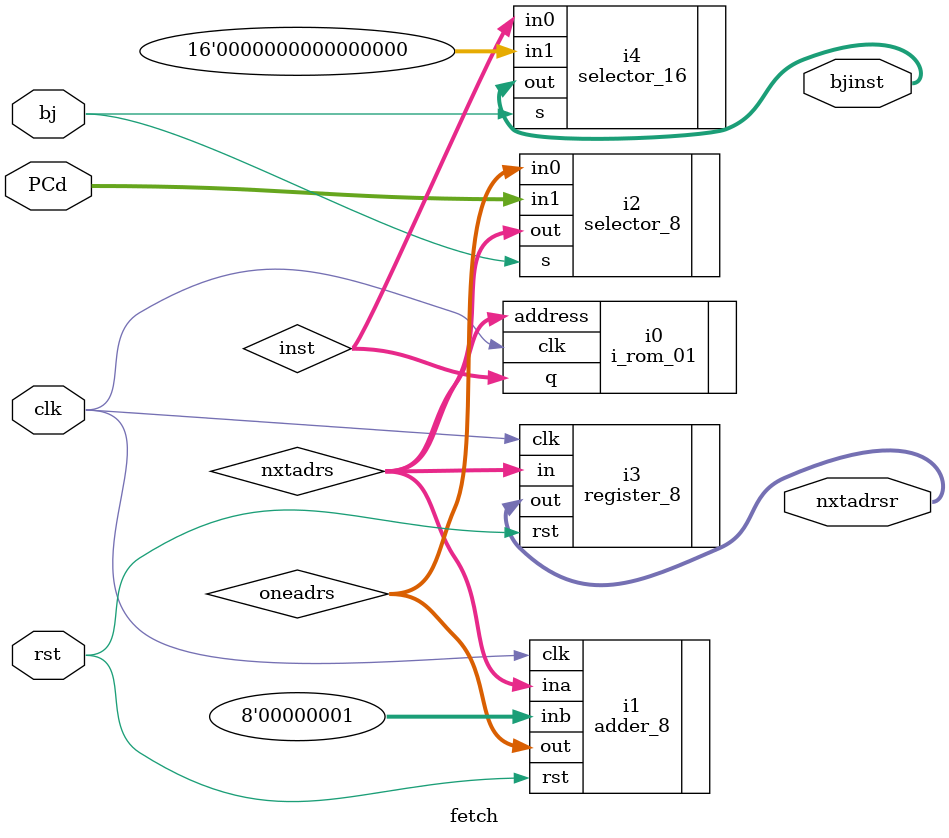
<source format=v>
`timescale 1ps/1ps

module fetch (rst, clk, bjinst, nxtadrsr, PCd, bj);

	input [7:0] PCd;
	input rst, bj, clk;
	output [15:0] bjinst;
	output [7:0] nxtadrsr;
	wire [15:0] inst;
	wire [7:0] nxtadrs, oneadrs;

	i_rom_01 i0 (.clk(clk), .address(nxtadrs), .q(inst));
	adder_8 i1(.rst(rst), .clk(clk), .ina(nxtadrs), .inb(8'b0000001), .out(oneadrs));
	selector_8 i2(.in0(oneadrs), .in1(PCd), .out(nxtadrs), .s(bj));
	register_8 i3(.in(nxtadrs), .out(nxtadrsr), .rst(rst), .clk(clk));
	selector_16 i4(.in0(inst), .in1(16'h0000), .out(bjinst), .s(bj));
	
endmodule


</source>
